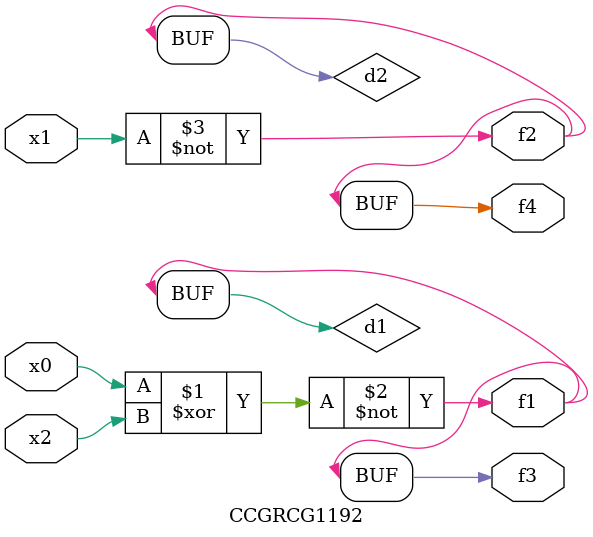
<source format=v>
module CCGRCG1192(
	input x0, x1, x2,
	output f1, f2, f3, f4
);

	wire d1, d2, d3;

	xnor (d1, x0, x2);
	nand (d2, x1);
	nor (d3, x1, x2);
	assign f1 = d1;
	assign f2 = d2;
	assign f3 = d1;
	assign f4 = d2;
endmodule

</source>
